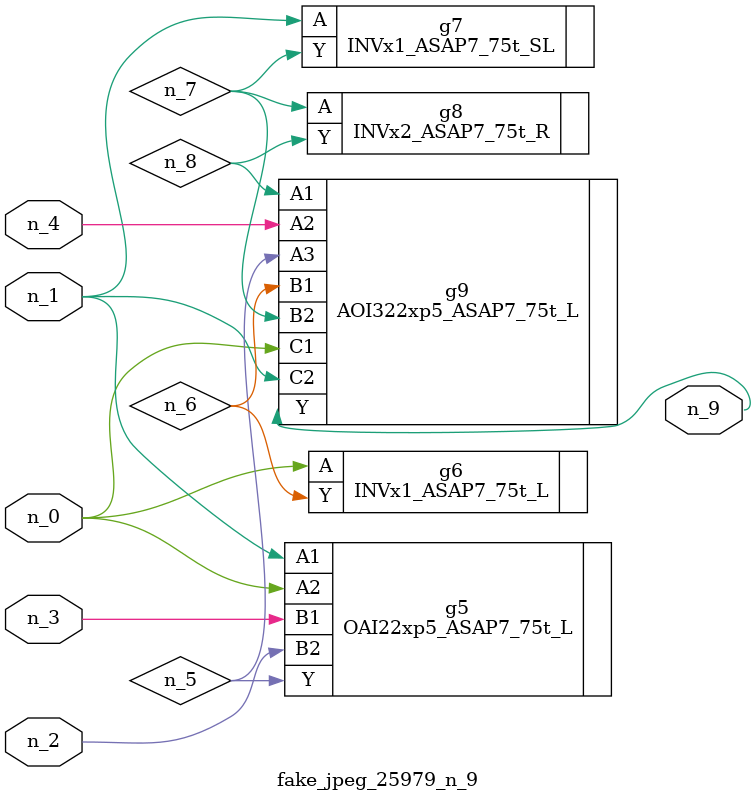
<source format=v>
module fake_jpeg_25979_n_9 (n_3, n_2, n_1, n_0, n_4, n_9);

input n_3;
input n_2;
input n_1;
input n_0;
input n_4;

output n_9;

wire n_8;
wire n_6;
wire n_5;
wire n_7;

OAI22xp5_ASAP7_75t_L g5 ( 
.A1(n_1),
.A2(n_0),
.B1(n_3),
.B2(n_2),
.Y(n_5)
);

INVx1_ASAP7_75t_L g6 ( 
.A(n_0),
.Y(n_6)
);

INVx1_ASAP7_75t_SL g7 ( 
.A(n_1),
.Y(n_7)
);

INVx2_ASAP7_75t_R g8 ( 
.A(n_7),
.Y(n_8)
);

AOI322xp5_ASAP7_75t_L g9 ( 
.A1(n_8),
.A2(n_4),
.A3(n_5),
.B1(n_6),
.B2(n_7),
.C1(n_0),
.C2(n_1),
.Y(n_9)
);


endmodule
</source>
